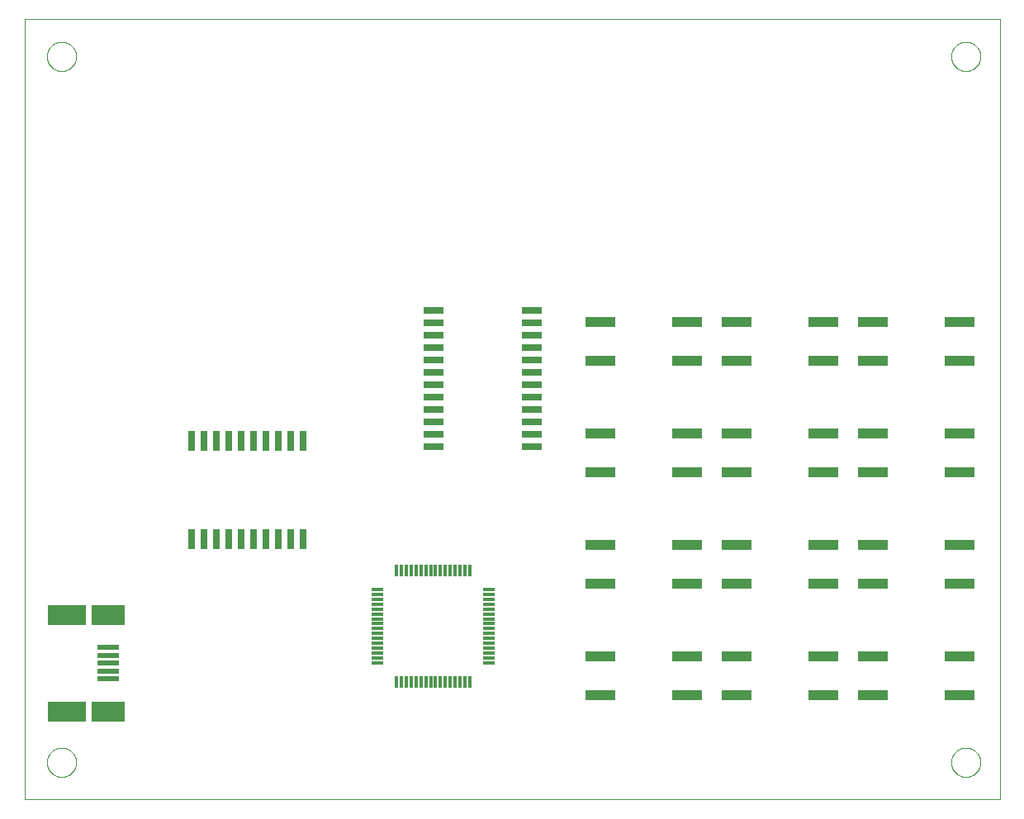
<source format=gtp>
G75*
%MOIN*%
%OFA0B0*%
%FSLAX25Y25*%
%IPPOS*%
%LPD*%
%AMOC8*
5,1,8,0,0,1.08239X$1,22.5*
%
%ADD10C,0.00000*%
%ADD11R,0.12205X0.03937*%
%ADD12R,0.04724X0.01181*%
%ADD13R,0.01181X0.04724*%
%ADD14R,0.15748X0.08071*%
%ADD15R,0.13780X0.08071*%
%ADD16R,0.08858X0.01969*%
%ADD17R,0.08000X0.02600*%
%ADD18R,0.02600X0.08000*%
D10*
X0005778Y0001300D02*
X0005778Y0316261D01*
X0399478Y0316261D01*
X0399478Y0001300D01*
X0005778Y0001300D01*
X0014873Y0016300D02*
X0014875Y0016453D01*
X0014881Y0016606D01*
X0014891Y0016759D01*
X0014905Y0016912D01*
X0014923Y0017064D01*
X0014945Y0017216D01*
X0014970Y0017367D01*
X0015000Y0017518D01*
X0015033Y0017667D01*
X0015071Y0017816D01*
X0015112Y0017964D01*
X0015157Y0018110D01*
X0015206Y0018255D01*
X0015259Y0018399D01*
X0015315Y0018542D01*
X0015375Y0018683D01*
X0015439Y0018823D01*
X0015506Y0018960D01*
X0015577Y0019096D01*
X0015651Y0019230D01*
X0015729Y0019362D01*
X0015810Y0019492D01*
X0015895Y0019620D01*
X0015983Y0019746D01*
X0016074Y0019869D01*
X0016168Y0019990D01*
X0016265Y0020109D01*
X0016366Y0020225D01*
X0016469Y0020338D01*
X0016576Y0020448D01*
X0016685Y0020556D01*
X0016796Y0020661D01*
X0016911Y0020763D01*
X0017028Y0020862D01*
X0017148Y0020957D01*
X0017270Y0021050D01*
X0017395Y0021140D01*
X0017521Y0021226D01*
X0017650Y0021309D01*
X0017781Y0021388D01*
X0017914Y0021464D01*
X0018049Y0021537D01*
X0018186Y0021606D01*
X0018325Y0021671D01*
X0018465Y0021733D01*
X0018607Y0021791D01*
X0018750Y0021846D01*
X0018895Y0021897D01*
X0019041Y0021944D01*
X0019188Y0021987D01*
X0019336Y0022026D01*
X0019485Y0022062D01*
X0019635Y0022093D01*
X0019786Y0022121D01*
X0019938Y0022145D01*
X0020090Y0022165D01*
X0020242Y0022181D01*
X0020395Y0022193D01*
X0020548Y0022201D01*
X0020701Y0022205D01*
X0020855Y0022205D01*
X0021008Y0022201D01*
X0021161Y0022193D01*
X0021314Y0022181D01*
X0021466Y0022165D01*
X0021618Y0022145D01*
X0021770Y0022121D01*
X0021921Y0022093D01*
X0022071Y0022062D01*
X0022220Y0022026D01*
X0022368Y0021987D01*
X0022515Y0021944D01*
X0022661Y0021897D01*
X0022806Y0021846D01*
X0022949Y0021791D01*
X0023091Y0021733D01*
X0023231Y0021671D01*
X0023370Y0021606D01*
X0023507Y0021537D01*
X0023642Y0021464D01*
X0023775Y0021388D01*
X0023906Y0021309D01*
X0024035Y0021226D01*
X0024161Y0021140D01*
X0024286Y0021050D01*
X0024408Y0020957D01*
X0024528Y0020862D01*
X0024645Y0020763D01*
X0024760Y0020661D01*
X0024871Y0020556D01*
X0024980Y0020448D01*
X0025087Y0020338D01*
X0025190Y0020225D01*
X0025291Y0020109D01*
X0025388Y0019990D01*
X0025482Y0019869D01*
X0025573Y0019746D01*
X0025661Y0019620D01*
X0025746Y0019492D01*
X0025827Y0019362D01*
X0025905Y0019230D01*
X0025979Y0019096D01*
X0026050Y0018960D01*
X0026117Y0018823D01*
X0026181Y0018683D01*
X0026241Y0018542D01*
X0026297Y0018399D01*
X0026350Y0018255D01*
X0026399Y0018110D01*
X0026444Y0017964D01*
X0026485Y0017816D01*
X0026523Y0017667D01*
X0026556Y0017518D01*
X0026586Y0017367D01*
X0026611Y0017216D01*
X0026633Y0017064D01*
X0026651Y0016912D01*
X0026665Y0016759D01*
X0026675Y0016606D01*
X0026681Y0016453D01*
X0026683Y0016300D01*
X0026681Y0016147D01*
X0026675Y0015994D01*
X0026665Y0015841D01*
X0026651Y0015688D01*
X0026633Y0015536D01*
X0026611Y0015384D01*
X0026586Y0015233D01*
X0026556Y0015082D01*
X0026523Y0014933D01*
X0026485Y0014784D01*
X0026444Y0014636D01*
X0026399Y0014490D01*
X0026350Y0014345D01*
X0026297Y0014201D01*
X0026241Y0014058D01*
X0026181Y0013917D01*
X0026117Y0013777D01*
X0026050Y0013640D01*
X0025979Y0013504D01*
X0025905Y0013370D01*
X0025827Y0013238D01*
X0025746Y0013108D01*
X0025661Y0012980D01*
X0025573Y0012854D01*
X0025482Y0012731D01*
X0025388Y0012610D01*
X0025291Y0012491D01*
X0025190Y0012375D01*
X0025087Y0012262D01*
X0024980Y0012152D01*
X0024871Y0012044D01*
X0024760Y0011939D01*
X0024645Y0011837D01*
X0024528Y0011738D01*
X0024408Y0011643D01*
X0024286Y0011550D01*
X0024161Y0011460D01*
X0024035Y0011374D01*
X0023906Y0011291D01*
X0023775Y0011212D01*
X0023642Y0011136D01*
X0023507Y0011063D01*
X0023370Y0010994D01*
X0023231Y0010929D01*
X0023091Y0010867D01*
X0022949Y0010809D01*
X0022806Y0010754D01*
X0022661Y0010703D01*
X0022515Y0010656D01*
X0022368Y0010613D01*
X0022220Y0010574D01*
X0022071Y0010538D01*
X0021921Y0010507D01*
X0021770Y0010479D01*
X0021618Y0010455D01*
X0021466Y0010435D01*
X0021314Y0010419D01*
X0021161Y0010407D01*
X0021008Y0010399D01*
X0020855Y0010395D01*
X0020701Y0010395D01*
X0020548Y0010399D01*
X0020395Y0010407D01*
X0020242Y0010419D01*
X0020090Y0010435D01*
X0019938Y0010455D01*
X0019786Y0010479D01*
X0019635Y0010507D01*
X0019485Y0010538D01*
X0019336Y0010574D01*
X0019188Y0010613D01*
X0019041Y0010656D01*
X0018895Y0010703D01*
X0018750Y0010754D01*
X0018607Y0010809D01*
X0018465Y0010867D01*
X0018325Y0010929D01*
X0018186Y0010994D01*
X0018049Y0011063D01*
X0017914Y0011136D01*
X0017781Y0011212D01*
X0017650Y0011291D01*
X0017521Y0011374D01*
X0017395Y0011460D01*
X0017270Y0011550D01*
X0017148Y0011643D01*
X0017028Y0011738D01*
X0016911Y0011837D01*
X0016796Y0011939D01*
X0016685Y0012044D01*
X0016576Y0012152D01*
X0016469Y0012262D01*
X0016366Y0012375D01*
X0016265Y0012491D01*
X0016168Y0012610D01*
X0016074Y0012731D01*
X0015983Y0012854D01*
X0015895Y0012980D01*
X0015810Y0013108D01*
X0015729Y0013238D01*
X0015651Y0013370D01*
X0015577Y0013504D01*
X0015506Y0013640D01*
X0015439Y0013777D01*
X0015375Y0013917D01*
X0015315Y0014058D01*
X0015259Y0014201D01*
X0015206Y0014345D01*
X0015157Y0014490D01*
X0015112Y0014636D01*
X0015071Y0014784D01*
X0015033Y0014933D01*
X0015000Y0015082D01*
X0014970Y0015233D01*
X0014945Y0015384D01*
X0014923Y0015536D01*
X0014905Y0015688D01*
X0014891Y0015841D01*
X0014881Y0015994D01*
X0014875Y0016147D01*
X0014873Y0016300D01*
X0014873Y0301300D02*
X0014875Y0301453D01*
X0014881Y0301606D01*
X0014891Y0301759D01*
X0014905Y0301912D01*
X0014923Y0302064D01*
X0014945Y0302216D01*
X0014970Y0302367D01*
X0015000Y0302518D01*
X0015033Y0302667D01*
X0015071Y0302816D01*
X0015112Y0302964D01*
X0015157Y0303110D01*
X0015206Y0303255D01*
X0015259Y0303399D01*
X0015315Y0303542D01*
X0015375Y0303683D01*
X0015439Y0303823D01*
X0015506Y0303960D01*
X0015577Y0304096D01*
X0015651Y0304230D01*
X0015729Y0304362D01*
X0015810Y0304492D01*
X0015895Y0304620D01*
X0015983Y0304746D01*
X0016074Y0304869D01*
X0016168Y0304990D01*
X0016265Y0305109D01*
X0016366Y0305225D01*
X0016469Y0305338D01*
X0016576Y0305448D01*
X0016685Y0305556D01*
X0016796Y0305661D01*
X0016911Y0305763D01*
X0017028Y0305862D01*
X0017148Y0305957D01*
X0017270Y0306050D01*
X0017395Y0306140D01*
X0017521Y0306226D01*
X0017650Y0306309D01*
X0017781Y0306388D01*
X0017914Y0306464D01*
X0018049Y0306537D01*
X0018186Y0306606D01*
X0018325Y0306671D01*
X0018465Y0306733D01*
X0018607Y0306791D01*
X0018750Y0306846D01*
X0018895Y0306897D01*
X0019041Y0306944D01*
X0019188Y0306987D01*
X0019336Y0307026D01*
X0019485Y0307062D01*
X0019635Y0307093D01*
X0019786Y0307121D01*
X0019938Y0307145D01*
X0020090Y0307165D01*
X0020242Y0307181D01*
X0020395Y0307193D01*
X0020548Y0307201D01*
X0020701Y0307205D01*
X0020855Y0307205D01*
X0021008Y0307201D01*
X0021161Y0307193D01*
X0021314Y0307181D01*
X0021466Y0307165D01*
X0021618Y0307145D01*
X0021770Y0307121D01*
X0021921Y0307093D01*
X0022071Y0307062D01*
X0022220Y0307026D01*
X0022368Y0306987D01*
X0022515Y0306944D01*
X0022661Y0306897D01*
X0022806Y0306846D01*
X0022949Y0306791D01*
X0023091Y0306733D01*
X0023231Y0306671D01*
X0023370Y0306606D01*
X0023507Y0306537D01*
X0023642Y0306464D01*
X0023775Y0306388D01*
X0023906Y0306309D01*
X0024035Y0306226D01*
X0024161Y0306140D01*
X0024286Y0306050D01*
X0024408Y0305957D01*
X0024528Y0305862D01*
X0024645Y0305763D01*
X0024760Y0305661D01*
X0024871Y0305556D01*
X0024980Y0305448D01*
X0025087Y0305338D01*
X0025190Y0305225D01*
X0025291Y0305109D01*
X0025388Y0304990D01*
X0025482Y0304869D01*
X0025573Y0304746D01*
X0025661Y0304620D01*
X0025746Y0304492D01*
X0025827Y0304362D01*
X0025905Y0304230D01*
X0025979Y0304096D01*
X0026050Y0303960D01*
X0026117Y0303823D01*
X0026181Y0303683D01*
X0026241Y0303542D01*
X0026297Y0303399D01*
X0026350Y0303255D01*
X0026399Y0303110D01*
X0026444Y0302964D01*
X0026485Y0302816D01*
X0026523Y0302667D01*
X0026556Y0302518D01*
X0026586Y0302367D01*
X0026611Y0302216D01*
X0026633Y0302064D01*
X0026651Y0301912D01*
X0026665Y0301759D01*
X0026675Y0301606D01*
X0026681Y0301453D01*
X0026683Y0301300D01*
X0026681Y0301147D01*
X0026675Y0300994D01*
X0026665Y0300841D01*
X0026651Y0300688D01*
X0026633Y0300536D01*
X0026611Y0300384D01*
X0026586Y0300233D01*
X0026556Y0300082D01*
X0026523Y0299933D01*
X0026485Y0299784D01*
X0026444Y0299636D01*
X0026399Y0299490D01*
X0026350Y0299345D01*
X0026297Y0299201D01*
X0026241Y0299058D01*
X0026181Y0298917D01*
X0026117Y0298777D01*
X0026050Y0298640D01*
X0025979Y0298504D01*
X0025905Y0298370D01*
X0025827Y0298238D01*
X0025746Y0298108D01*
X0025661Y0297980D01*
X0025573Y0297854D01*
X0025482Y0297731D01*
X0025388Y0297610D01*
X0025291Y0297491D01*
X0025190Y0297375D01*
X0025087Y0297262D01*
X0024980Y0297152D01*
X0024871Y0297044D01*
X0024760Y0296939D01*
X0024645Y0296837D01*
X0024528Y0296738D01*
X0024408Y0296643D01*
X0024286Y0296550D01*
X0024161Y0296460D01*
X0024035Y0296374D01*
X0023906Y0296291D01*
X0023775Y0296212D01*
X0023642Y0296136D01*
X0023507Y0296063D01*
X0023370Y0295994D01*
X0023231Y0295929D01*
X0023091Y0295867D01*
X0022949Y0295809D01*
X0022806Y0295754D01*
X0022661Y0295703D01*
X0022515Y0295656D01*
X0022368Y0295613D01*
X0022220Y0295574D01*
X0022071Y0295538D01*
X0021921Y0295507D01*
X0021770Y0295479D01*
X0021618Y0295455D01*
X0021466Y0295435D01*
X0021314Y0295419D01*
X0021161Y0295407D01*
X0021008Y0295399D01*
X0020855Y0295395D01*
X0020701Y0295395D01*
X0020548Y0295399D01*
X0020395Y0295407D01*
X0020242Y0295419D01*
X0020090Y0295435D01*
X0019938Y0295455D01*
X0019786Y0295479D01*
X0019635Y0295507D01*
X0019485Y0295538D01*
X0019336Y0295574D01*
X0019188Y0295613D01*
X0019041Y0295656D01*
X0018895Y0295703D01*
X0018750Y0295754D01*
X0018607Y0295809D01*
X0018465Y0295867D01*
X0018325Y0295929D01*
X0018186Y0295994D01*
X0018049Y0296063D01*
X0017914Y0296136D01*
X0017781Y0296212D01*
X0017650Y0296291D01*
X0017521Y0296374D01*
X0017395Y0296460D01*
X0017270Y0296550D01*
X0017148Y0296643D01*
X0017028Y0296738D01*
X0016911Y0296837D01*
X0016796Y0296939D01*
X0016685Y0297044D01*
X0016576Y0297152D01*
X0016469Y0297262D01*
X0016366Y0297375D01*
X0016265Y0297491D01*
X0016168Y0297610D01*
X0016074Y0297731D01*
X0015983Y0297854D01*
X0015895Y0297980D01*
X0015810Y0298108D01*
X0015729Y0298238D01*
X0015651Y0298370D01*
X0015577Y0298504D01*
X0015506Y0298640D01*
X0015439Y0298777D01*
X0015375Y0298917D01*
X0015315Y0299058D01*
X0015259Y0299201D01*
X0015206Y0299345D01*
X0015157Y0299490D01*
X0015112Y0299636D01*
X0015071Y0299784D01*
X0015033Y0299933D01*
X0015000Y0300082D01*
X0014970Y0300233D01*
X0014945Y0300384D01*
X0014923Y0300536D01*
X0014905Y0300688D01*
X0014891Y0300841D01*
X0014881Y0300994D01*
X0014875Y0301147D01*
X0014873Y0301300D01*
X0379873Y0301300D02*
X0379875Y0301453D01*
X0379881Y0301606D01*
X0379891Y0301759D01*
X0379905Y0301912D01*
X0379923Y0302064D01*
X0379945Y0302216D01*
X0379970Y0302367D01*
X0380000Y0302518D01*
X0380033Y0302667D01*
X0380071Y0302816D01*
X0380112Y0302964D01*
X0380157Y0303110D01*
X0380206Y0303255D01*
X0380259Y0303399D01*
X0380315Y0303542D01*
X0380375Y0303683D01*
X0380439Y0303823D01*
X0380506Y0303960D01*
X0380577Y0304096D01*
X0380651Y0304230D01*
X0380729Y0304362D01*
X0380810Y0304492D01*
X0380895Y0304620D01*
X0380983Y0304746D01*
X0381074Y0304869D01*
X0381168Y0304990D01*
X0381265Y0305109D01*
X0381366Y0305225D01*
X0381469Y0305338D01*
X0381576Y0305448D01*
X0381685Y0305556D01*
X0381796Y0305661D01*
X0381911Y0305763D01*
X0382028Y0305862D01*
X0382148Y0305957D01*
X0382270Y0306050D01*
X0382395Y0306140D01*
X0382521Y0306226D01*
X0382650Y0306309D01*
X0382781Y0306388D01*
X0382914Y0306464D01*
X0383049Y0306537D01*
X0383186Y0306606D01*
X0383325Y0306671D01*
X0383465Y0306733D01*
X0383607Y0306791D01*
X0383750Y0306846D01*
X0383895Y0306897D01*
X0384041Y0306944D01*
X0384188Y0306987D01*
X0384336Y0307026D01*
X0384485Y0307062D01*
X0384635Y0307093D01*
X0384786Y0307121D01*
X0384938Y0307145D01*
X0385090Y0307165D01*
X0385242Y0307181D01*
X0385395Y0307193D01*
X0385548Y0307201D01*
X0385701Y0307205D01*
X0385855Y0307205D01*
X0386008Y0307201D01*
X0386161Y0307193D01*
X0386314Y0307181D01*
X0386466Y0307165D01*
X0386618Y0307145D01*
X0386770Y0307121D01*
X0386921Y0307093D01*
X0387071Y0307062D01*
X0387220Y0307026D01*
X0387368Y0306987D01*
X0387515Y0306944D01*
X0387661Y0306897D01*
X0387806Y0306846D01*
X0387949Y0306791D01*
X0388091Y0306733D01*
X0388231Y0306671D01*
X0388370Y0306606D01*
X0388507Y0306537D01*
X0388642Y0306464D01*
X0388775Y0306388D01*
X0388906Y0306309D01*
X0389035Y0306226D01*
X0389161Y0306140D01*
X0389286Y0306050D01*
X0389408Y0305957D01*
X0389528Y0305862D01*
X0389645Y0305763D01*
X0389760Y0305661D01*
X0389871Y0305556D01*
X0389980Y0305448D01*
X0390087Y0305338D01*
X0390190Y0305225D01*
X0390291Y0305109D01*
X0390388Y0304990D01*
X0390482Y0304869D01*
X0390573Y0304746D01*
X0390661Y0304620D01*
X0390746Y0304492D01*
X0390827Y0304362D01*
X0390905Y0304230D01*
X0390979Y0304096D01*
X0391050Y0303960D01*
X0391117Y0303823D01*
X0391181Y0303683D01*
X0391241Y0303542D01*
X0391297Y0303399D01*
X0391350Y0303255D01*
X0391399Y0303110D01*
X0391444Y0302964D01*
X0391485Y0302816D01*
X0391523Y0302667D01*
X0391556Y0302518D01*
X0391586Y0302367D01*
X0391611Y0302216D01*
X0391633Y0302064D01*
X0391651Y0301912D01*
X0391665Y0301759D01*
X0391675Y0301606D01*
X0391681Y0301453D01*
X0391683Y0301300D01*
X0391681Y0301147D01*
X0391675Y0300994D01*
X0391665Y0300841D01*
X0391651Y0300688D01*
X0391633Y0300536D01*
X0391611Y0300384D01*
X0391586Y0300233D01*
X0391556Y0300082D01*
X0391523Y0299933D01*
X0391485Y0299784D01*
X0391444Y0299636D01*
X0391399Y0299490D01*
X0391350Y0299345D01*
X0391297Y0299201D01*
X0391241Y0299058D01*
X0391181Y0298917D01*
X0391117Y0298777D01*
X0391050Y0298640D01*
X0390979Y0298504D01*
X0390905Y0298370D01*
X0390827Y0298238D01*
X0390746Y0298108D01*
X0390661Y0297980D01*
X0390573Y0297854D01*
X0390482Y0297731D01*
X0390388Y0297610D01*
X0390291Y0297491D01*
X0390190Y0297375D01*
X0390087Y0297262D01*
X0389980Y0297152D01*
X0389871Y0297044D01*
X0389760Y0296939D01*
X0389645Y0296837D01*
X0389528Y0296738D01*
X0389408Y0296643D01*
X0389286Y0296550D01*
X0389161Y0296460D01*
X0389035Y0296374D01*
X0388906Y0296291D01*
X0388775Y0296212D01*
X0388642Y0296136D01*
X0388507Y0296063D01*
X0388370Y0295994D01*
X0388231Y0295929D01*
X0388091Y0295867D01*
X0387949Y0295809D01*
X0387806Y0295754D01*
X0387661Y0295703D01*
X0387515Y0295656D01*
X0387368Y0295613D01*
X0387220Y0295574D01*
X0387071Y0295538D01*
X0386921Y0295507D01*
X0386770Y0295479D01*
X0386618Y0295455D01*
X0386466Y0295435D01*
X0386314Y0295419D01*
X0386161Y0295407D01*
X0386008Y0295399D01*
X0385855Y0295395D01*
X0385701Y0295395D01*
X0385548Y0295399D01*
X0385395Y0295407D01*
X0385242Y0295419D01*
X0385090Y0295435D01*
X0384938Y0295455D01*
X0384786Y0295479D01*
X0384635Y0295507D01*
X0384485Y0295538D01*
X0384336Y0295574D01*
X0384188Y0295613D01*
X0384041Y0295656D01*
X0383895Y0295703D01*
X0383750Y0295754D01*
X0383607Y0295809D01*
X0383465Y0295867D01*
X0383325Y0295929D01*
X0383186Y0295994D01*
X0383049Y0296063D01*
X0382914Y0296136D01*
X0382781Y0296212D01*
X0382650Y0296291D01*
X0382521Y0296374D01*
X0382395Y0296460D01*
X0382270Y0296550D01*
X0382148Y0296643D01*
X0382028Y0296738D01*
X0381911Y0296837D01*
X0381796Y0296939D01*
X0381685Y0297044D01*
X0381576Y0297152D01*
X0381469Y0297262D01*
X0381366Y0297375D01*
X0381265Y0297491D01*
X0381168Y0297610D01*
X0381074Y0297731D01*
X0380983Y0297854D01*
X0380895Y0297980D01*
X0380810Y0298108D01*
X0380729Y0298238D01*
X0380651Y0298370D01*
X0380577Y0298504D01*
X0380506Y0298640D01*
X0380439Y0298777D01*
X0380375Y0298917D01*
X0380315Y0299058D01*
X0380259Y0299201D01*
X0380206Y0299345D01*
X0380157Y0299490D01*
X0380112Y0299636D01*
X0380071Y0299784D01*
X0380033Y0299933D01*
X0380000Y0300082D01*
X0379970Y0300233D01*
X0379945Y0300384D01*
X0379923Y0300536D01*
X0379905Y0300688D01*
X0379891Y0300841D01*
X0379881Y0300994D01*
X0379875Y0301147D01*
X0379873Y0301300D01*
X0379873Y0016300D02*
X0379875Y0016453D01*
X0379881Y0016606D01*
X0379891Y0016759D01*
X0379905Y0016912D01*
X0379923Y0017064D01*
X0379945Y0017216D01*
X0379970Y0017367D01*
X0380000Y0017518D01*
X0380033Y0017667D01*
X0380071Y0017816D01*
X0380112Y0017964D01*
X0380157Y0018110D01*
X0380206Y0018255D01*
X0380259Y0018399D01*
X0380315Y0018542D01*
X0380375Y0018683D01*
X0380439Y0018823D01*
X0380506Y0018960D01*
X0380577Y0019096D01*
X0380651Y0019230D01*
X0380729Y0019362D01*
X0380810Y0019492D01*
X0380895Y0019620D01*
X0380983Y0019746D01*
X0381074Y0019869D01*
X0381168Y0019990D01*
X0381265Y0020109D01*
X0381366Y0020225D01*
X0381469Y0020338D01*
X0381576Y0020448D01*
X0381685Y0020556D01*
X0381796Y0020661D01*
X0381911Y0020763D01*
X0382028Y0020862D01*
X0382148Y0020957D01*
X0382270Y0021050D01*
X0382395Y0021140D01*
X0382521Y0021226D01*
X0382650Y0021309D01*
X0382781Y0021388D01*
X0382914Y0021464D01*
X0383049Y0021537D01*
X0383186Y0021606D01*
X0383325Y0021671D01*
X0383465Y0021733D01*
X0383607Y0021791D01*
X0383750Y0021846D01*
X0383895Y0021897D01*
X0384041Y0021944D01*
X0384188Y0021987D01*
X0384336Y0022026D01*
X0384485Y0022062D01*
X0384635Y0022093D01*
X0384786Y0022121D01*
X0384938Y0022145D01*
X0385090Y0022165D01*
X0385242Y0022181D01*
X0385395Y0022193D01*
X0385548Y0022201D01*
X0385701Y0022205D01*
X0385855Y0022205D01*
X0386008Y0022201D01*
X0386161Y0022193D01*
X0386314Y0022181D01*
X0386466Y0022165D01*
X0386618Y0022145D01*
X0386770Y0022121D01*
X0386921Y0022093D01*
X0387071Y0022062D01*
X0387220Y0022026D01*
X0387368Y0021987D01*
X0387515Y0021944D01*
X0387661Y0021897D01*
X0387806Y0021846D01*
X0387949Y0021791D01*
X0388091Y0021733D01*
X0388231Y0021671D01*
X0388370Y0021606D01*
X0388507Y0021537D01*
X0388642Y0021464D01*
X0388775Y0021388D01*
X0388906Y0021309D01*
X0389035Y0021226D01*
X0389161Y0021140D01*
X0389286Y0021050D01*
X0389408Y0020957D01*
X0389528Y0020862D01*
X0389645Y0020763D01*
X0389760Y0020661D01*
X0389871Y0020556D01*
X0389980Y0020448D01*
X0390087Y0020338D01*
X0390190Y0020225D01*
X0390291Y0020109D01*
X0390388Y0019990D01*
X0390482Y0019869D01*
X0390573Y0019746D01*
X0390661Y0019620D01*
X0390746Y0019492D01*
X0390827Y0019362D01*
X0390905Y0019230D01*
X0390979Y0019096D01*
X0391050Y0018960D01*
X0391117Y0018823D01*
X0391181Y0018683D01*
X0391241Y0018542D01*
X0391297Y0018399D01*
X0391350Y0018255D01*
X0391399Y0018110D01*
X0391444Y0017964D01*
X0391485Y0017816D01*
X0391523Y0017667D01*
X0391556Y0017518D01*
X0391586Y0017367D01*
X0391611Y0017216D01*
X0391633Y0017064D01*
X0391651Y0016912D01*
X0391665Y0016759D01*
X0391675Y0016606D01*
X0391681Y0016453D01*
X0391683Y0016300D01*
X0391681Y0016147D01*
X0391675Y0015994D01*
X0391665Y0015841D01*
X0391651Y0015688D01*
X0391633Y0015536D01*
X0391611Y0015384D01*
X0391586Y0015233D01*
X0391556Y0015082D01*
X0391523Y0014933D01*
X0391485Y0014784D01*
X0391444Y0014636D01*
X0391399Y0014490D01*
X0391350Y0014345D01*
X0391297Y0014201D01*
X0391241Y0014058D01*
X0391181Y0013917D01*
X0391117Y0013777D01*
X0391050Y0013640D01*
X0390979Y0013504D01*
X0390905Y0013370D01*
X0390827Y0013238D01*
X0390746Y0013108D01*
X0390661Y0012980D01*
X0390573Y0012854D01*
X0390482Y0012731D01*
X0390388Y0012610D01*
X0390291Y0012491D01*
X0390190Y0012375D01*
X0390087Y0012262D01*
X0389980Y0012152D01*
X0389871Y0012044D01*
X0389760Y0011939D01*
X0389645Y0011837D01*
X0389528Y0011738D01*
X0389408Y0011643D01*
X0389286Y0011550D01*
X0389161Y0011460D01*
X0389035Y0011374D01*
X0388906Y0011291D01*
X0388775Y0011212D01*
X0388642Y0011136D01*
X0388507Y0011063D01*
X0388370Y0010994D01*
X0388231Y0010929D01*
X0388091Y0010867D01*
X0387949Y0010809D01*
X0387806Y0010754D01*
X0387661Y0010703D01*
X0387515Y0010656D01*
X0387368Y0010613D01*
X0387220Y0010574D01*
X0387071Y0010538D01*
X0386921Y0010507D01*
X0386770Y0010479D01*
X0386618Y0010455D01*
X0386466Y0010435D01*
X0386314Y0010419D01*
X0386161Y0010407D01*
X0386008Y0010399D01*
X0385855Y0010395D01*
X0385701Y0010395D01*
X0385548Y0010399D01*
X0385395Y0010407D01*
X0385242Y0010419D01*
X0385090Y0010435D01*
X0384938Y0010455D01*
X0384786Y0010479D01*
X0384635Y0010507D01*
X0384485Y0010538D01*
X0384336Y0010574D01*
X0384188Y0010613D01*
X0384041Y0010656D01*
X0383895Y0010703D01*
X0383750Y0010754D01*
X0383607Y0010809D01*
X0383465Y0010867D01*
X0383325Y0010929D01*
X0383186Y0010994D01*
X0383049Y0011063D01*
X0382914Y0011136D01*
X0382781Y0011212D01*
X0382650Y0011291D01*
X0382521Y0011374D01*
X0382395Y0011460D01*
X0382270Y0011550D01*
X0382148Y0011643D01*
X0382028Y0011738D01*
X0381911Y0011837D01*
X0381796Y0011939D01*
X0381685Y0012044D01*
X0381576Y0012152D01*
X0381469Y0012262D01*
X0381366Y0012375D01*
X0381265Y0012491D01*
X0381168Y0012610D01*
X0381074Y0012731D01*
X0380983Y0012854D01*
X0380895Y0012980D01*
X0380810Y0013108D01*
X0380729Y0013238D01*
X0380651Y0013370D01*
X0380577Y0013504D01*
X0380506Y0013640D01*
X0380439Y0013777D01*
X0380375Y0013917D01*
X0380315Y0014058D01*
X0380259Y0014201D01*
X0380206Y0014345D01*
X0380157Y0014490D01*
X0380112Y0014636D01*
X0380071Y0014784D01*
X0380033Y0014933D01*
X0380000Y0015082D01*
X0379970Y0015233D01*
X0379945Y0015384D01*
X0379923Y0015536D01*
X0379905Y0015688D01*
X0379891Y0015841D01*
X0379881Y0015994D01*
X0379875Y0016147D01*
X0379873Y0016300D01*
D11*
X0383297Y0043426D03*
X0383297Y0059174D03*
X0383297Y0088426D03*
X0383297Y0104174D03*
X0348258Y0104174D03*
X0348258Y0088426D03*
X0328297Y0088426D03*
X0328297Y0104174D03*
X0293258Y0104174D03*
X0293258Y0088426D03*
X0273297Y0088426D03*
X0273297Y0104174D03*
X0238258Y0104174D03*
X0238258Y0088426D03*
X0238258Y0059174D03*
X0238258Y0043426D03*
X0273297Y0043426D03*
X0273297Y0059174D03*
X0293258Y0059174D03*
X0293258Y0043426D03*
X0328297Y0043426D03*
X0328297Y0059174D03*
X0348258Y0059174D03*
X0348258Y0043426D03*
X0348258Y0133426D03*
X0348258Y0149174D03*
X0328297Y0149174D03*
X0328297Y0133426D03*
X0293258Y0133426D03*
X0293258Y0149174D03*
X0273297Y0149174D03*
X0273297Y0133426D03*
X0238258Y0133426D03*
X0238258Y0149174D03*
X0238258Y0178426D03*
X0238258Y0194174D03*
X0273297Y0194174D03*
X0273297Y0178426D03*
X0293258Y0178426D03*
X0293258Y0194174D03*
X0328297Y0194174D03*
X0328297Y0178426D03*
X0348258Y0178426D03*
X0348258Y0194174D03*
X0383297Y0194174D03*
X0383297Y0178426D03*
X0383297Y0149174D03*
X0383297Y0133426D03*
D12*
X0193219Y0086064D03*
X0193219Y0084095D03*
X0193219Y0082127D03*
X0193219Y0080158D03*
X0193219Y0078190D03*
X0193219Y0076221D03*
X0193219Y0074253D03*
X0193219Y0072284D03*
X0193219Y0070316D03*
X0193219Y0068347D03*
X0193219Y0066379D03*
X0193219Y0064410D03*
X0193219Y0062442D03*
X0193219Y0060473D03*
X0193219Y0058505D03*
X0193219Y0056536D03*
X0148337Y0056536D03*
X0148337Y0058505D03*
X0148337Y0060473D03*
X0148337Y0062442D03*
X0148337Y0064410D03*
X0148337Y0066379D03*
X0148337Y0068347D03*
X0148337Y0070316D03*
X0148337Y0072284D03*
X0148337Y0074253D03*
X0148337Y0076221D03*
X0148337Y0078190D03*
X0148337Y0080158D03*
X0148337Y0082127D03*
X0148337Y0084095D03*
X0148337Y0086064D03*
D13*
X0156014Y0093741D03*
X0157982Y0093741D03*
X0159951Y0093741D03*
X0161919Y0093741D03*
X0163888Y0093741D03*
X0165856Y0093741D03*
X0167825Y0093741D03*
X0169793Y0093741D03*
X0171762Y0093741D03*
X0173730Y0093741D03*
X0175699Y0093741D03*
X0177667Y0093741D03*
X0179636Y0093741D03*
X0181604Y0093741D03*
X0183573Y0093741D03*
X0185541Y0093741D03*
X0185541Y0048859D03*
X0183573Y0048859D03*
X0181604Y0048859D03*
X0179636Y0048859D03*
X0177667Y0048859D03*
X0175699Y0048859D03*
X0173730Y0048859D03*
X0171762Y0048859D03*
X0169793Y0048859D03*
X0167825Y0048859D03*
X0165856Y0048859D03*
X0163888Y0048859D03*
X0161919Y0048859D03*
X0159951Y0048859D03*
X0157982Y0048859D03*
X0156014Y0048859D03*
D14*
X0022904Y0036910D03*
X0022904Y0075690D03*
D15*
X0039636Y0075690D03*
X0039636Y0036910D03*
D16*
X0039537Y0050001D03*
X0039537Y0053150D03*
X0039537Y0056300D03*
X0039537Y0059450D03*
X0039537Y0062599D03*
D17*
X0170978Y0143800D03*
X0170978Y0148800D03*
X0170978Y0153800D03*
X0170978Y0158800D03*
X0170978Y0163800D03*
X0170978Y0168800D03*
X0170978Y0173800D03*
X0170978Y0178800D03*
X0170978Y0183800D03*
X0170978Y0188800D03*
X0170978Y0193800D03*
X0170978Y0198800D03*
X0210578Y0198800D03*
X0210578Y0193800D03*
X0210578Y0188800D03*
X0210578Y0183800D03*
X0210578Y0178800D03*
X0210578Y0173800D03*
X0210578Y0168800D03*
X0210578Y0163800D03*
X0210578Y0158800D03*
X0210578Y0153800D03*
X0210578Y0148800D03*
X0210578Y0143800D03*
D18*
X0118278Y0146100D03*
X0113278Y0146100D03*
X0108278Y0146100D03*
X0103278Y0146100D03*
X0098278Y0146100D03*
X0093278Y0146100D03*
X0088278Y0146100D03*
X0083278Y0146100D03*
X0078278Y0146100D03*
X0073278Y0146100D03*
X0073278Y0106500D03*
X0078278Y0106500D03*
X0083278Y0106500D03*
X0088278Y0106500D03*
X0093278Y0106500D03*
X0098278Y0106500D03*
X0103278Y0106500D03*
X0108278Y0106500D03*
X0113278Y0106500D03*
X0118278Y0106500D03*
M02*

</source>
